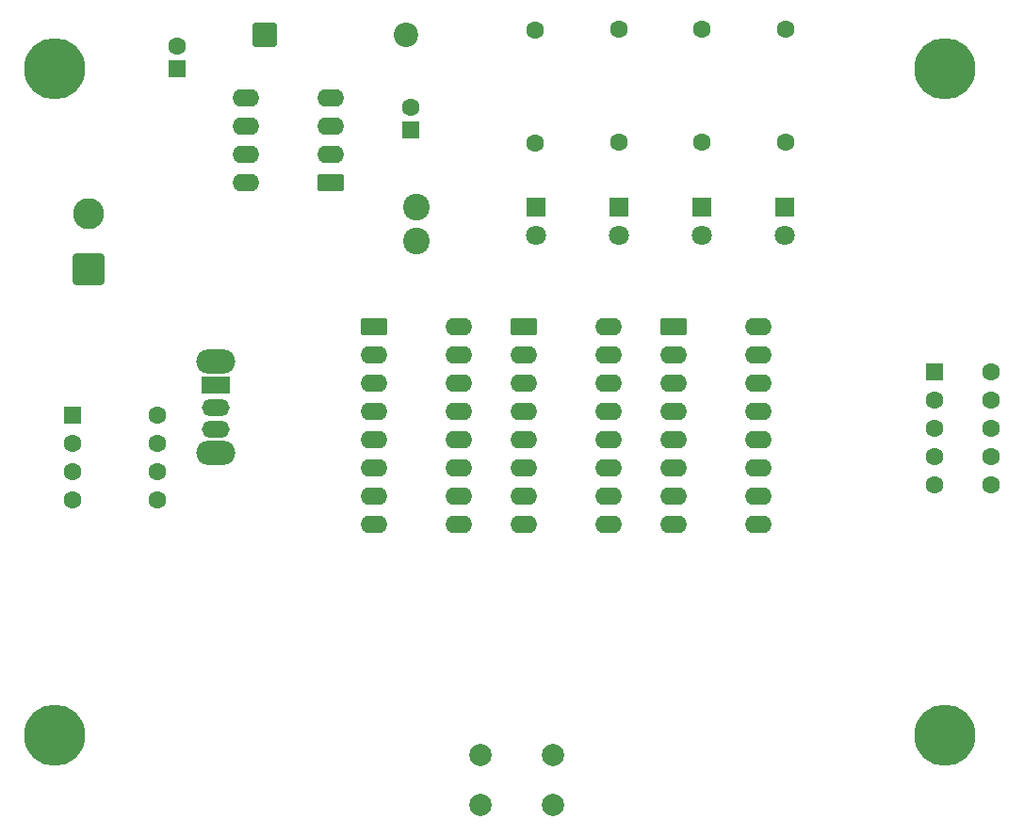
<source format=gbr>
%TF.GenerationSoftware,KiCad,Pcbnew,9.0.3*%
%TF.CreationDate,2025-12-16T11:33:01+01:00*%
%TF.ProjectId,PTP_Project1_Dovsak,5054505f-5072-46f6-9a65-6374315f446f,rev?*%
%TF.SameCoordinates,Original*%
%TF.FileFunction,Soldermask,Bot*%
%TF.FilePolarity,Negative*%
%FSLAX46Y46*%
G04 Gerber Fmt 4.6, Leading zero omitted, Abs format (unit mm)*
G04 Created by KiCad (PCBNEW 9.0.3) date 2025-12-16 11:33:01*
%MOMM*%
%LPD*%
G01*
G04 APERTURE LIST*
G04 Aperture macros list*
%AMRoundRect*
0 Rectangle with rounded corners*
0 $1 Rounding radius*
0 $2 $3 $4 $5 $6 $7 $8 $9 X,Y pos of 4 corners*
0 Add a 4 corners polygon primitive as box body*
4,1,4,$2,$3,$4,$5,$6,$7,$8,$9,$2,$3,0*
0 Add four circle primitives for the rounded corners*
1,1,$1+$1,$2,$3*
1,1,$1+$1,$4,$5*
1,1,$1+$1,$6,$7*
1,1,$1+$1,$8,$9*
0 Add four rect primitives between the rounded corners*
20,1,$1+$1,$2,$3,$4,$5,0*
20,1,$1+$1,$4,$5,$6,$7,0*
20,1,$1+$1,$6,$7,$8,$9,0*
20,1,$1+$1,$8,$9,$2,$3,0*%
G04 Aperture macros list end*
%ADD10C,5.500000*%
%ADD11C,1.600000*%
%ADD12RoundRect,0.250000X-0.950000X-0.550000X0.950000X-0.550000X0.950000X0.550000X-0.950000X0.550000X0*%
%ADD13O,2.400000X1.600000*%
%ADD14RoundRect,0.250000X0.950000X0.550000X-0.950000X0.550000X-0.950000X-0.550000X0.950000X-0.550000X0*%
%ADD15R,1.800000X1.800000*%
%ADD16C,1.800000*%
%ADD17RoundRect,0.249999X-0.850001X-0.850001X0.850001X-0.850001X0.850001X0.850001X-0.850001X0.850001X0*%
%ADD18C,2.200000*%
%ADD19RoundRect,0.250000X-0.550000X-0.550000X0.550000X-0.550000X0.550000X0.550000X-0.550000X0.550000X0*%
%ADD20RoundRect,0.250000X0.550000X-0.550000X0.550000X0.550000X-0.550000X0.550000X-0.550000X-0.550000X0*%
%ADD21C,2.400000*%
%ADD22C,2.000000*%
%ADD23O,3.500000X2.200000*%
%ADD24R,2.500000X1.500000*%
%ADD25O,2.500000X1.500000*%
%ADD26R,1.600000X1.600000*%
%ADD27RoundRect,0.250001X1.149999X-1.149999X1.149999X1.149999X-1.149999X1.149999X-1.149999X-1.149999X0*%
%ADD28C,2.800000*%
G04 APERTURE END LIST*
D10*
%TO.C,H1*%
X244500000Y-71000000D03*
%TD*%
D11*
%TO.C,R3*%
X215175000Y-77675000D03*
X215175000Y-67515000D03*
%TD*%
D10*
%TO.C,H4*%
X164500000Y-71000000D03*
%TD*%
D12*
%TO.C,U4*%
X220130000Y-94220000D03*
D13*
X220130000Y-96760000D03*
X220130000Y-99300000D03*
X220130000Y-101840000D03*
X220130000Y-104380000D03*
X220130000Y-106920000D03*
X220130000Y-109460000D03*
X220130000Y-112000000D03*
X227750000Y-112000000D03*
X227750000Y-109460000D03*
X227750000Y-106920000D03*
X227750000Y-104380000D03*
X227750000Y-101840000D03*
X227750000Y-99300000D03*
X227750000Y-96760000D03*
X227750000Y-94220000D03*
%TD*%
D14*
%TO.C,U1*%
X189310000Y-81310000D03*
D13*
X189310000Y-78770000D03*
X189310000Y-76230000D03*
X189310000Y-73690000D03*
X181690000Y-73690000D03*
X181690000Y-76230000D03*
X181690000Y-78770000D03*
X181690000Y-81310000D03*
%TD*%
D15*
%TO.C,D3*%
X215185000Y-83485000D03*
D16*
X215185000Y-86025000D03*
%TD*%
D10*
%TO.C,H3*%
X164500000Y-131000000D03*
%TD*%
D11*
%TO.C,R2*%
X222600000Y-77625000D03*
X222600000Y-67465000D03*
%TD*%
D10*
%TO.C,H2*%
X244500000Y-131000000D03*
%TD*%
D11*
%TO.C,R4*%
X207685000Y-77685000D03*
X207685000Y-67525000D03*
%TD*%
D15*
%TO.C,D1*%
X230125000Y-83485000D03*
D16*
X230125000Y-86025000D03*
%TD*%
D15*
%TO.C,D5*%
X207715000Y-83485000D03*
D16*
X207715000Y-86025000D03*
%TD*%
D17*
%TO.C,D4*%
X183375000Y-67975000D03*
D18*
X196075000Y-67975000D03*
%TD*%
D19*
%TO.C,U7*%
X166095000Y-102190000D03*
D11*
X166095000Y-104730000D03*
X166095000Y-107270000D03*
X166095000Y-109810000D03*
X173715000Y-109810000D03*
X173715000Y-107270000D03*
X173715000Y-104730000D03*
X173715000Y-102190000D03*
%TD*%
D20*
%TO.C,C2*%
X196500000Y-76500000D03*
D11*
X196500000Y-74500000D03*
%TD*%
D21*
%TO.C,L1*%
X197000000Y-86500000D03*
X197000000Y-83500000D03*
%TD*%
D22*
%TO.C,SW1*%
X202750000Y-132750000D03*
X209250000Y-132750000D03*
X202750000Y-137250000D03*
X209250000Y-137250000D03*
%TD*%
D23*
%TO.C,SW2*%
X178952500Y-97400000D03*
X178952500Y-105600000D03*
D24*
X178952500Y-99500000D03*
D25*
X178952500Y-101500000D03*
X178952500Y-103500000D03*
%TD*%
D12*
%TO.C,U3*%
X206630000Y-94220000D03*
D13*
X206630000Y-96760000D03*
X206630000Y-99300000D03*
X206630000Y-101840000D03*
X206630000Y-104380000D03*
X206630000Y-106920000D03*
X206630000Y-109460000D03*
X206630000Y-112000000D03*
X214250000Y-112000000D03*
X214250000Y-109460000D03*
X214250000Y-106920000D03*
X214250000Y-104380000D03*
X214250000Y-101840000D03*
X214250000Y-99300000D03*
X214250000Y-96760000D03*
X214250000Y-94220000D03*
%TD*%
D26*
%TO.C,U5*%
X243570000Y-98300000D03*
D11*
X243570000Y-100840000D03*
X243570000Y-103380000D03*
X243570000Y-105920000D03*
X243570000Y-108460000D03*
X248650000Y-108460000D03*
X248650000Y-105920000D03*
X248650000Y-103380000D03*
X248650000Y-100840000D03*
X248650000Y-98300000D03*
%TD*%
%TO.C,R1*%
X230150000Y-77610000D03*
X230150000Y-67450000D03*
%TD*%
D15*
%TO.C,D2*%
X222655000Y-83485000D03*
D16*
X222655000Y-86025000D03*
%TD*%
D12*
%TO.C,U2*%
X193130000Y-94220000D03*
D13*
X193130000Y-96760000D03*
X193130000Y-99300000D03*
X193130000Y-101840000D03*
X193130000Y-104380000D03*
X193130000Y-106920000D03*
X193130000Y-109460000D03*
X193130000Y-112000000D03*
X200750000Y-112000000D03*
X200750000Y-109460000D03*
X200750000Y-106920000D03*
X200750000Y-104380000D03*
X200750000Y-101840000D03*
X200750000Y-99300000D03*
X200750000Y-96760000D03*
X200750000Y-94220000D03*
%TD*%
D20*
%TO.C,C1*%
X175500000Y-71000000D03*
D11*
X175500000Y-69000000D03*
%TD*%
D27*
%TO.C,J1*%
X167475000Y-89050000D03*
D28*
X167475000Y-84050000D03*
%TD*%
M02*

</source>
